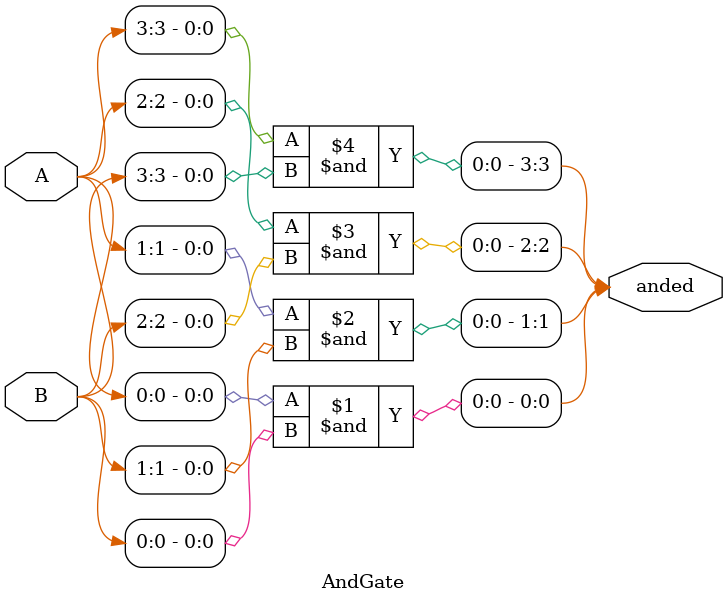
<source format=v>
module AndGate (anded,A,B) ;
//inputs and outputs
input [3:0] A,B;
output[3:0] anded;
// and between the corresponding bits of the two numbers
and first (anded[0],A[0],B[0]);
and second (anded[1],A[1],B[1]);
and third(anded[2],A[2],B[2]);
and fourth(anded[3],A[3],B[3]);
endmodule  
</source>
